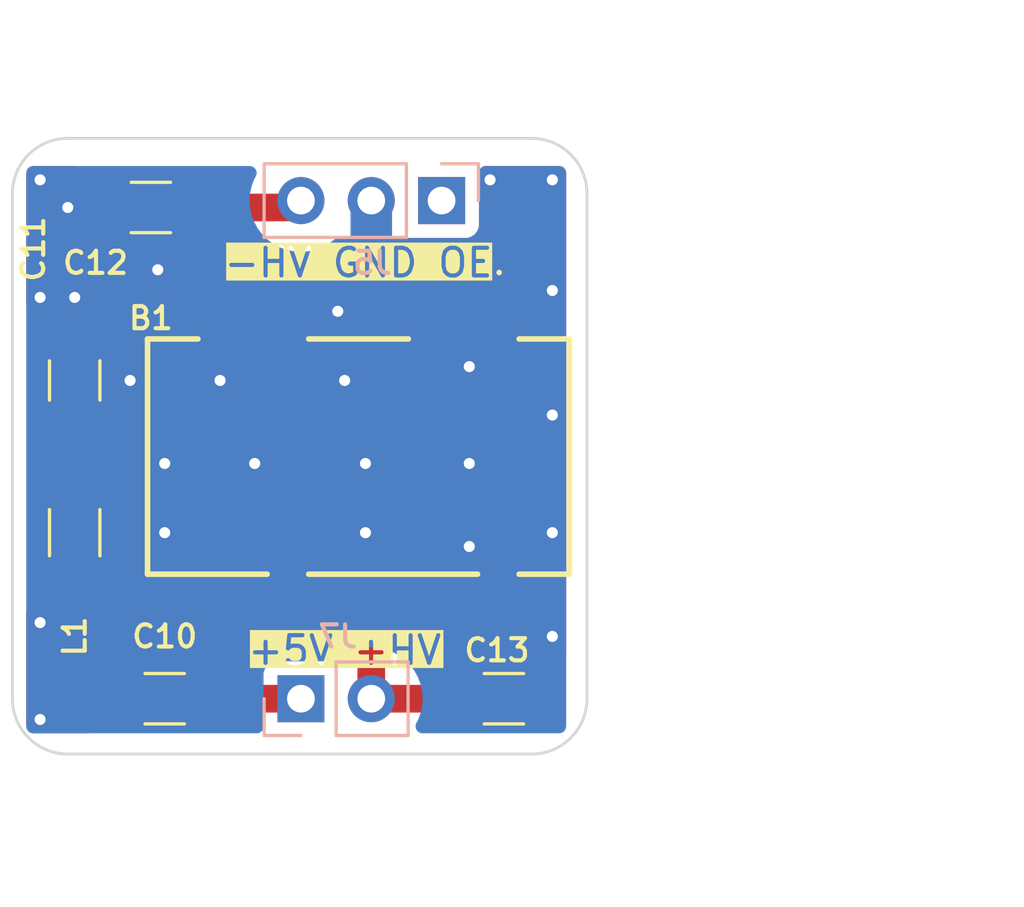
<source format=kicad_pcb>
(kicad_pcb (version 20221018) (generator pcbnew)
  (layers (0 "F.Cu" signal) (31 "B.Cu" signal) (34 "B.Paste" user) (35 "F.Paste" user) (36 "B.SilkS" user "B.Silkscreen") (37 "F.SilkS" user "F.Silkscreen") (38 "B.Mask" user) (39 "F.Mask" user) (44 "Edge.Cuts" user))
  (net 0 "")
  (net 1 "GND")
  (net 2 "+5V")
  (net 3 "Net-(B1-+VIN)")
  (net 4 "OE")
  (net 6 "-HV")
  (net 7 "+HV")
  (footprint "Capacitor_SMD:C_1206_3216Metric" (layer "F.Cu") (at 146.25 90.25)
    (fp_text reference "C12" (at -2 2) (layer "F.SilkS") (effects (font (size 0.8 0.8))))
    (fp_text value "1uF")
    (fp_line (start -0.711252 -0.91) (end 0.711252 -0.91) (stroke (width 0.12)) (layer "F.SilkS"))
    (fp_line (start -0.711252 0.91) (end 0.711252 0.91) (stroke (width 0.12)) (layer "F.SilkS"))
    (pad "1" smd roundrect (at -1.475 0) (size 1.15 1.8) (layers "F.Cu" "F.Paste" "F.Mask") (roundrect_rratio 0.2173913043) (net 1 "GND"))
    (pad "2" smd roundrect (at 1.475 0) (size 1.15 1.8) (layers "F.Cu" "F.Paste" "F.Mask") (roundrect_rratio 0.2173913043) (net 6 "-HV"))
  )
  (footprint "Capacitor_SMD:C_1206_3216Metric" (layer "F.Cu") (at 143.5 96.5 -90)
    (fp_text reference "C11" (at -4.75 1.5 90) (layer "F.SilkS") (effects (font (size 0.8 0.8))))
    (fp_text value "4.7uF")
    (fp_line (start -0.711252 -0.91) (end 0.711252 -0.91) (stroke (width 0.12)) (layer "F.SilkS"))
    (fp_line (start -0.711252 0.91) (end 0.711252 0.91) (stroke (width 0.12)) (layer "F.SilkS"))
    (pad "1" smd roundrect (at -1.475 0 270) (size 1.15 1.8) (layers "F.Cu" "F.Paste" "F.Mask") (roundrect_rratio 0.2173913043) (net 1 "GND"))
    (pad "2" smd roundrect (at 1.475 0 270) (size 1.15 1.8) (layers "F.Cu" "F.Paste" "F.Mask") (roundrect_rratio 0.2173913043) (net 3 "Net-(B1-+VIN)"))
  )
  (footprint "Inductor_SMD:L_1206_3216Metric" (layer "F.Cu") (at 143.5 102 90)
    (fp_text reference "L1" (at -3.75 0 90) (layer "F.SilkS") (effects (font (size 0.8 0.8))))
    (fp_text value "6.8uH")
    (fp_line (start -0.835242 -0.91) (end 0.835242 -0.91) (stroke (width 0.12)) (layer "F.SilkS"))
    (fp_line (start -0.835242 0.91) (end 0.835242 0.91) (stroke (width 0.12)) (layer "F.SilkS"))
    (pad "1" smd roundrect (at -1.575 0 90) (size 1.05 1.9) (layers "F.Cu" "F.Paste" "F.Mask") (roundrect_rratio 0.2380952381) (net 2 "+5V"))
    (pad "2" smd roundrect (at 1.575 0 90) (size 1.05 1.9) (layers "F.Cu" "F.Paste" "F.Mask") (roundrect_rratio 0.2380952381) (net 3 "Net-(B1-+VIN)"))
  )
  (footprint "Capacitor_SMD:C_1206_3216Metric" (layer "F.Cu") (at 159 108 180)
    (fp_text reference "C13" (at 0.25 1.75) (layer "F.SilkS") (effects (font (size 0.8 0.8))))
    (fp_text value "1uF")
    (fp_line (start -0.711252 -0.91) (end 0.711252 -0.91) (stroke (width 0.12)) (layer "F.SilkS"))
    (fp_line (start -0.711252 0.91) (end 0.711252 0.91) (stroke (width 0.12)) (layer "F.SilkS"))
    (pad "1" smd roundrect (at -1.475 0 180) (size 1.15 1.8) (layers "F.Cu" "F.Paste" "F.Mask") (roundrect_rratio 0.2173913043) (net 1 "GND"))
    (pad "2" smd roundrect (at 1.475 0 180) (size 1.15 1.8) (layers "F.Cu" "F.Paste" "F.Mask") (roundrect_rratio 0.2173913043) (net 7 "+HV"))
  )
  (footprint "Capacitor_SMD:C_1206_3216Metric" (layer "F.Cu") (at 146.75 108)
    (fp_text reference "C10" (at 0 -2.25) (layer "F.SilkS") (effects (font (size 0.8 0.8))))
    (fp_text value "4.7uF")
    (fp_line (start -0.711252 -0.91) (end 0.711252 -0.91) (stroke (width 0.12)) (layer "F.SilkS"))
    (fp_line (start -0.711252 0.91) (end 0.711252 0.91) (stroke (width 0.12)) (layer "F.SilkS"))
    (pad "1" smd roundrect (at -1.475 0) (size 1.15 1.8) (layers "F.Cu" "F.Paste" "F.Mask") (roundrect_rratio 0.2173913043) (net 1 "GND"))
    (pad "2" smd roundrect (at 1.475 0) (size 1.15 1.8) (layers "F.Cu" "F.Paste" "F.Mask") (roundrect_rratio 0.2173913043) (net 2 "+5V"))
  )
  (footprint "PMOD_PULSER:IAS0105D24" (layer "F.Cu") (at 153.75 99.25 180)
    (fp_text reference "B1" (at 7.5 5) (layer "F.SilkS") (effects (font (size 0.8 0.8))))
    (fp_text value "IAS0105D24" hide)
    (fp_line (start -7.62 -4.25) (end -7.62 4.25) (stroke (width 0.2)) (layer "F.SilkS"))
    (fp_line (start -7.62 4.25) (end -5.8 4.25) (stroke (width 0.2)) (layer "F.SilkS"))
    (fp_line (start -5.8 -4.25) (end -7.62 -4.25) (stroke (width 0.2)) (layer "F.SilkS"))
    (fp_line (start -5.08 6.6) (end -5.08 6.6) (stroke (width 0.1)) (layer "F.SilkS"))
    (fp_line (start -5.08 6.7) (end -5.08 6.7) (stroke (width 0.1)) (layer "F.SilkS"))
    (fp_line (start -1.8 4.25) (end 1.8 4.25) (stroke (width 0.2)) (layer "F.SilkS"))
    (fp_line (start 1.8 -4.25) (end -4.3 -4.25) (stroke (width 0.2)) (layer "F.SilkS"))
    (fp_line (start 5.8 4.25) (end 7.62 4.25) (stroke (width 0.2)) (layer "F.SilkS"))
    (fp_line (start 7.62 -4.25) (end 3.3 -4.25) (stroke (width 0.2)) (layer "F.SilkS"))
    (fp_line (start 7.62 4.25) (end 7.62 -4.25) (stroke (width 0.2)) (layer "F.SilkS"))
    (fp_arc (start -5.08 6.6) (mid -5.03 6.65) (end -5.08 6.7) (stroke (width 0.1)) (layer "F.SilkS"))
    (fp_arc (start -5.08 6.7) (mid -5.13 6.65) (end -5.08 6.6) (stroke (width 0.1)) (layer "F.SilkS"))
    (pad "1" smd roundrect (at -5.08 5.175 180) (size 1 1.85) (layers "F.Cu" "F.Paste" "F.Mask") (net 1 "GND"))
    (pad "2" smd roundrect (at -2.54 5.175 180) (size 1 1.85) (layers "F.Cu" "F.Paste" "F.Mask") (net 3 "Net-(B1-+VIN)"))
    (pad "4" smd roundrect (at 2.54 5.175 180) (size 1 1.85) (layers "F.Cu" "F.Paste" "F.Mask") (net 1 "GND"))
    (pad "5" smd roundrect (at 5.08 5.175 180) (size 1 1.85) (layers "F.Cu" "F.Paste" "F.Mask") (net 6 "-HV"))
    (pad "7" smd roundrect (at 2.54 -5.175 180) (size 1 1.85) (layers "F.Cu" "F.Paste" "F.Mask") (net 7 "+HV"))
    (pad "10" smd roundrect (at -5.08 -5.175 180) (size 1 1.85) (layers "F.Cu" "F.Paste" "F.Mask"))
  )
  (footprint "Connector_PinSocket_2.54mm:PinSocket_1x03_P2.54mm_Vertical" (layer "B.Cu") (at 156.75 90 90)
    (fp_text reference "J5" (at -2.25 -2.5 180) (layer "B.SilkS") (effects (font (size 0.8 0.8)) (justify mirror)))
    (fp_text value "Conn_01x03_Socket" hide)
    (fp_line (start -1.33 -6.41) (end 1.33 -6.41) (stroke (width 0.12)) (layer "B.SilkS"))
    (fp_line (start -1.33 -1.27) (end -1.33 -6.41) (stroke (width 0.12)) (layer "B.SilkS"))
    (fp_line (start -1.33 -1.27) (end 1.33 -1.27) (stroke (width 0.12)) (layer "B.SilkS"))
    (fp_line (start 0 1.33) (end 1.33 1.33) (stroke (width 0.12)) (layer "B.SilkS"))
    (fp_line (start 1.33 -1.27) (end 1.33 -6.41) (stroke (width 0.12)) (layer "B.SilkS"))
    (fp_line (start 1.33 1.33) (end 1.33 0) (stroke (width 0.12)) (layer "B.SilkS"))
    (pad "1" thru_hole rect locked (at 0 0 90) (size 1.7 1.7) (drill 1) (layers "*.Cu" "*.Mask") (net 4 "OE"))
    (pad "2" thru_hole oval locked (at 0 -2.54 90) (size 1.7 1.7) (drill 1) (layers "*.Cu" "*.Mask") (net 1 "GND"))
    (pad "3" thru_hole oval locked (at 0 -5.08 90) (size 1.7 1.7) (drill 1) (layers "*.Cu" "*.Mask") (net 6 "-HV"))
  )
  (footprint "Connector_PinSocket_2.54mm:PinSocket_1x02_P2.54mm_Vertical" (layer "B.Cu") (at 151.67 108 -90)
    (fp_text reference "J7" (at -2.25 -1.33 -180) (layer "B.SilkS") (effects (font (size 0.8 0.8)) (justify mirror)))
    (fp_text value "Conn_01x02_Socket")
    (fp_line (start -1.33 -3.87) (end 1.33 -3.87) (stroke (width 0.12)) (layer "B.SilkS"))
    (fp_line (start -1.33 -1.27) (end -1.33 -3.87) (stroke (width 0.12)) (layer "B.SilkS"))
    (fp_line (start -1.33 -1.27) (end 1.33 -1.27) (stroke (width 0.12)) (layer "B.SilkS"))
    (fp_line (start 0 1.33) (end 1.33 1.33) (stroke (width 0.12)) (layer "B.SilkS"))
    (fp_line (start 1.33 -1.27) (end 1.33 -3.87) (stroke (width 0.12)) (layer "B.SilkS"))
    (fp_line (start 1.33 1.33) (end 1.33 0) (stroke (width 0.12)) (layer "B.SilkS"))
    (pad "1" thru_hole rect locked (at 0 0 270) (size 1.7 1.7) (drill 1) (layers "*.Cu" "*.Mask") (net 2 "+5V"))
    (pad "2" thru_hole oval locked (at 0 -2.54 270) (size 1.7 1.7) (drill 1) (layers "*.Cu" "*.Mask") (net 7 "+HV"))
  )
  (gr_line (start 141.250003 89.749998) (end 141.250002 107.999999) (stroke (width 0.1)) (layer "Edge.Cuts"))
  (gr_line (start 143.250003 87.75) (end 160 87.749999) (stroke (width 0.1)) (layer "Edge.Cuts"))
  (gr_arc (start 162 108.000001) (mid 161.414213 109.414213) (end 160 109.999999) (stroke (width 0.1)) (layer "Edge.Cuts"))
  (gr_arc (start 143.25 109.999999) (mid 141.835786 109.414213) (end 141.250002 107.999999) (stroke (width 0.1)) (layer "Edge.Cuts"))
  (gr_line (start 160 109.999999) (end 143.25 109.999999) (stroke (width 0.1)) (layer "Edge.Cuts"))
  (gr_arc (start 141.250003 89.749998) (mid 141.83579 88.335786) (end 143.250003 87.75) (stroke (width 0.1)) (layer "Edge.Cuts"))
  (gr_arc (start 160 87.749999) (mid 161.414214 88.335785) (end 161.999998 89.749999) (stroke (width 0.1)) (layer "Edge.Cuts"))
  (gr_line (start 161.999998 89.749999) (end 162 108.000001) (stroke (width 0.1)) (layer "Edge.Cuts"))
  (gr_text "+5V +HV" (at 153.25 106.25) (layer "F.SilkS" knockout) (effects (font (size 1 1))))
  (gr_text "-HV GND OE" (at 153.75 92.25) (layer "F.SilkS" knockout) (effects (font (size 1 1))))
  (segment (start 154.21 91.96) (end 154.25 92) (width 0.5) (layer "F.Cu") (net 1))
  (segment (start 152.925 94.075) (end 153 94) (width 0.5) (layer "F.Cu") (net 1))
  (segment (start 144.775 90.25) (end 143.25 90.25) (width 0.5) (layer "F.Cu") (net 1))
  (segment (start 151.21 94.075) (end 152.925 94.075) (width 0.5) (layer "F.Cu") (net 1))
  (segment (start 154.21 90) (end 154.21 91.96) (width 1.5) (layer "F.Cu") (net 1))
  (segment (start 143.5 95.025) (end 143.5 93.5) (width 0.5) (layer "F.Cu") (net 1))
  (via (at 160.75 89.25) (size 0.8) (drill 0.4) (layers "F.Cu" "B.Cu") (net 1))
  (via (at 143.5 93.5) (size 0.8) (drill 0.4) (layers "F.Cu" "B.Cu") (net 1))
  (via (at 146.75 99.5) (size 0.8) (drill 0.4) (layers "F.Cu" "B.Cu") (net 1))
  (via (at 157.75 102.5) (size 0.8) (drill 0.4) (layers "F.Cu" "B.Cu") (net 1))
  (via (at 157.75 96) (size 0.8) (drill 0.4) (layers "F.Cu" "B.Cu") (net 1))
  (via (at 142.25 105.25) (size 0.8) (drill 0.4) (layers "F.Cu" "B.Cu") (net 1))
  (via (at 160.75 102) (size 0.8) (drill 0.4) (layers "F.Cu" "B.Cu") (net 1))
  (via (at 153 94) (size 0.8) (drill 0.4) (layers "F.Cu" "B.Cu") (net 1))
  (via (at 148.75 96.5) (size 0.8) (drill 0.4) (layers "F.Cu" "B.Cu") (net 1))
  (via (at 142.25 89.25) (size 0.8) (drill 0.4) (layers "F.Cu" "B.Cu") (net 1))
  (via (at 158.5 89.25) (size 0.8) (drill 0.4) (layers "F.Cu" "B.Cu") (net 1))
  (via (at 150 99.5) (size 0.8) (drill 0.4) (layers "F.Cu" "B.Cu") (net 1))
  (via (at 153.25 96.5) (size 0.8) (drill 0.4) (layers "F.Cu" "B.Cu") (net 1))
  (via (at 160.75 97.75) (size 0.8) (drill 0.4) (layers "F.Cu" "B.Cu") (net 1))
  (via (at 146.5 92.5) (size 0.8) (drill 0.4) (layers "F.Cu" "B.Cu") (net 1))
  (via (at 142.25 93.5) (size 0.8) (drill 0.4) (layers "F.Cu" "B.Cu") (net 1))
  (via (at 160.75 105.75) (size 0.8) (drill 0.4) (layers "F.Cu" "B.Cu") (net 1))
  (via (at 157.75 99.5) (size 0.8) (drill 0.4) (layers "F.Cu" "B.Cu") (net 1))
  (via (at 154 102) (size 0.8) (drill 0.4) (layers "F.Cu" "B.Cu") (net 1))
  (via (at 154 99.5) (size 0.8) (drill 0.4) (layers "F.Cu" "B.Cu") (net 1))
  (via (at 146.75 102) (size 0.8) (drill 0.4) (layers "F.Cu" "B.Cu") (net 1))
  (via (at 145.5 96.5) (size 0.8) (drill 0.4) (layers "F.Cu" "B.Cu") (net 1))
  (via (at 160.75 93.25) (size 0.8) (drill 0.4) (layers "F.Cu" "B.Cu") (net 1))
  (via (at 142.25 108.75) (size 0.8) (drill 0.4) (layers "F.Cu" "B.Cu") (net 1))
  (via (at 143.25 90.25) (size 0.8) (drill 0.4) (layers "F.Cu" "B.Cu") (net 1))
  (segment (start 154.21 90) (end 154.21 91.94) (width 1.5) (layer "B.Cu") (net 1))
  (segment (start 154.21 91.94) (end 154.2 91.95) (width 0.5) (layer "B.Cu") (net 1))
  (segment (start 148.225 108) (end 151.67 108) (width 1) (layer "F.Cu") (net 2))
  (segment (start 148.225 105.475) (end 146.325 103.575) (width 1) (layer "F.Cu") (net 2))
  (segment (start 148.225 108) (end 148.225 105.475) (width 1) (layer "F.Cu") (net 2))
  (segment (start 146.325 103.575) (end 143.5 103.575) (width 1) (layer "F.Cu") (net 2))
  (segment (start 153.775 97.975) (end 143.5 97.975) (width 1) (layer "F.Cu") (net 3))
  (segment (start 143.5 97.975) (end 143.5 100.425) (width 1) (layer "F.Cu") (net 3))
  (segment (start 156.29 95.46) (end 153.775 97.975) (width 1) (layer "F.Cu") (net 3))
  (segment (start 156.29 94.075) (end 156.29 95.46) (width 1) (layer "F.Cu") (net 3))
  (segment (start 147.725 90.25) (end 151.42 90.25) (width 1) (layer "F.Cu") (net 6))
  (segment (start 148.67 90.25) (end 147.725 90.25) (width 1) (layer "F.Cu") (net 6))
  (segment (start 148.67 94.075) (end 148.67 90.25) (width 1) (layer "F.Cu") (net 6))
  (segment (start 151.42 90.25) (end 151.67 90) (width 1) (layer "F.Cu") (net 6))
  (segment (start 154.21 108) (end 157.525 108) (width 1) (layer "F.Cu") (net 7))
  (segment (start 152.925 104.425) (end 151.21 104.425) (width 1) (layer "F.Cu") (net 7))
  (segment (start 154.21 105.71) (end 152.925 104.425) (width 1) (layer "F.Cu") (net 7))
  (segment (start 154.21 108) (end 154.21 105.71) (width 1) (layer "F.Cu") (net 7))
  (zone (net 1) (net_name "GND") (layer "F.Cu") (connect_pads (clearance 0.5)) (min_thickness 0.5) (fill yes (thermal_gap 0.5) (thermal_bridge_width 0.5))
    (polygon (pts (xy 143.7 89.75) (xy 144 89.75) (xy 143.75 88.75) (xy 161.25 88.75) (xy 161.25 109.25) (xy 146.350826 109.25) (xy 145.55 104.15) (xy 145.55 109.25) (xy 141.75 109.25) (xy 141.75 104.6) (xy 142.9 104.6) (xy 141.75 104.303225) (xy 141.75 94.46875) (xy 143 94) (xy 141.75 94) (xy 141.75 88.75) (xy 143.7 88.75)))
    (polygon (pts (xy 159.25 107) (xy 159.75 107) (xy 159.75 104.5)))
    (polygon (pts (xy 152.75 103) (xy 152.75 104) (xy 158.75 103)))
    (polygon (pts (xy 145 102.75) (xy 145.923913 102.934782) (xy 146.25 103.75) (xy 151 102.5) (xy 146.25 102.5) (xy 146.25 98.75)))
    (polygon (pts (xy 142.35 95.55) (xy 142.75 97.25) (xy 144.9 97.3) (xy 144.9 95.3) (xy 144.35 95.3)))
    (polygon (pts (xy 149.65 95.5) (xy 150.9 95.5) (xy 149.65 95.3)))
    (polygon (pts (xy 156.95 93.85) (xy 157.05 95.5) (xy 157.25 95.5) (xy 158.55 95.5) (xy 158.55 93.15)))
    (polygon (pts (xy 158.55 92.95) (xy 158.55 92.65) (xy 156.3 92.65)))
    (polygon (pts (xy 150.55 92.85) (xy 150.95 92.85) (xy 150.95 91.55)))
    (polygon (pts (xy 145.1 91.65) (xy 147 91.65) (xy 146.9 91.35)))
    (polygon (pts (xy 152.15 91.35) (xy 156.15 91.35) (xy 152.15 91.15)))
  )
  (zone (net 1) (net_name "GND") (layer "B.Cu") (connect_pads (clearance 0.5)) (min_thickness 0.5) (fill yes (thermal_gap 0.5) (thermal_bridge_width 0.5))
    (polygon (pts (xy 161.25 109.25) (xy 141.75 109.25) (xy 141.75 88.75) (xy 161.25 88.75)))
    (polygon (pts (xy 152.8 91.35) (xy 155.9 91.35) (xy 152.9 90.95)))
  )
)
</source>
